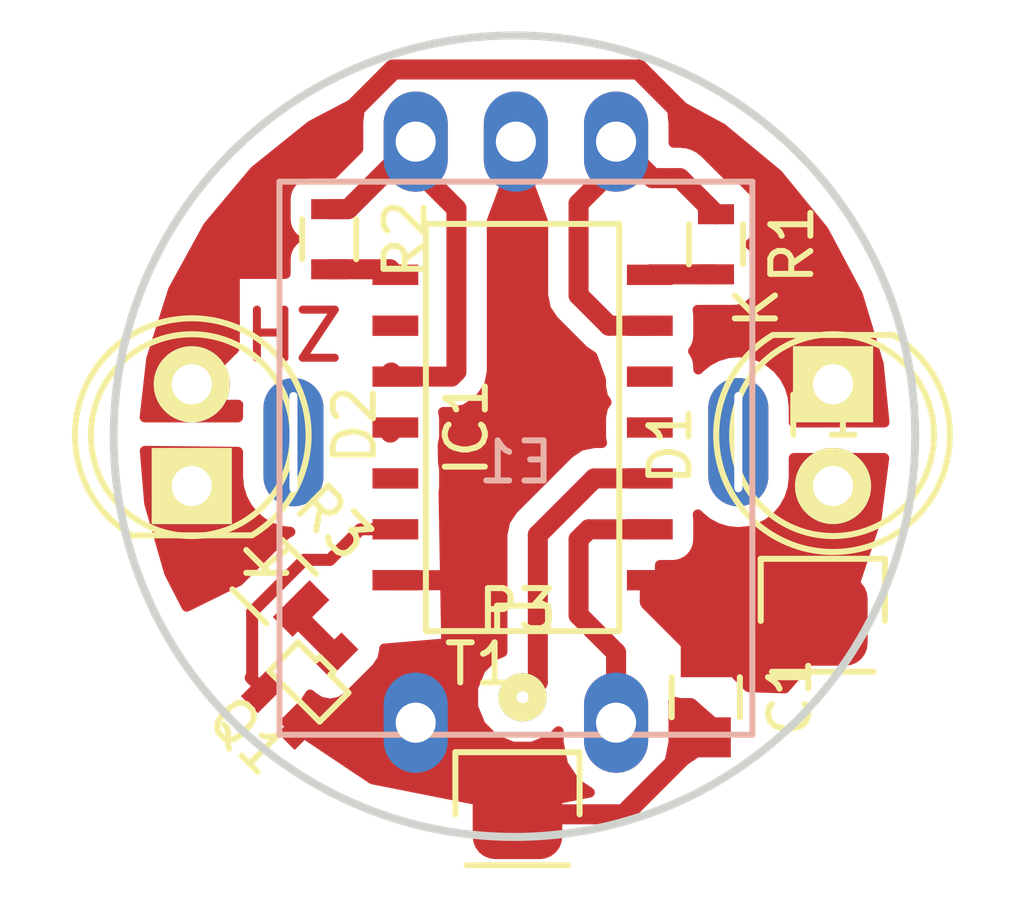
<source format=kicad_pcb>
(kicad_pcb (version 20160815) (host pcbnew "(2016-10-07 revision f14dc8f)-master")

  (general
    (links 20)
    (no_connects 0)
    (area 89.899999 39.899999 110.100001 60.100001)
    (thickness 1.6)
    (drawings 2)
    (tracks 73)
    (zones 0)
    (modules 12)
    (nets 18)
  )

  (page A4)
  (layers
    (0 F.Cu signal)
    (31 B.Cu signal)
    (32 B.Adhes user)
    (33 F.Adhes user)
    (34 B.Paste user)
    (35 F.Paste user)
    (36 B.SilkS user)
    (37 F.SilkS user)
    (38 B.Mask user)
    (39 F.Mask user)
    (40 Dwgs.User user)
    (41 Cmts.User user)
    (42 Eco1.User user)
    (43 Eco2.User user)
    (44 Edge.Cuts user)
    (45 Margin user)
    (46 B.CrtYd user)
    (47 F.CrtYd user)
    (48 B.Fab user)
    (49 F.Fab user)
  )

  (setup
    (last_trace_width 0.5)
    (user_trace_width 0.3)
    (user_trace_width 0.5)
    (trace_clearance 0.3)
    (zone_clearance 0.508)
    (zone_45_only no)
    (trace_min 0.2)
    (segment_width 0.2)
    (edge_width 0.2)
    (via_size 0.8)
    (via_drill 0.4)
    (via_min_size 0.4)
    (via_min_drill 0.3)
    (uvia_size 0.3)
    (uvia_drill 0.1)
    (uvias_allowed no)
    (uvia_min_size 0.2)
    (uvia_min_drill 0.1)
    (pcb_text_width 0.3)
    (pcb_text_size 1.5 1.5)
    (mod_edge_width 0.15)
    (mod_text_size 1 1)
    (mod_text_width 0.15)
    (pad_size 1.5 3.2)
    (pad_drill 0.2)
    (pad_to_mask_clearance 0.2)
    (aux_axis_origin 0 0)
    (visible_elements FFFFFF7F)
    (pcbplotparams
      (layerselection 0x00000_7fffffff)
      (usegerberextensions false)
      (excludeedgelayer true)
      (linewidth 0.100000)
      (plotframeref false)
      (viasonmask false)
      (mode 1)
      (useauxorigin false)
      (hpglpennumber 1)
      (hpglpenspeed 20)
      (hpglpendiameter 15)
      (psnegative true)
      (psa4output false)
      (plotreference true)
      (plotvalue true)
      (plotinvisibletext false)
      (padsonsilk false)
      (subtractmaskfromsilk false)
      (outputformat 2)
      (mirror true)
      (drillshape 1)
      (scaleselection 1)
      (outputdirectory ""))
  )

  (net 0 "")
  (net 1 GND)
  (net 2 VCC)
  (net 3 /A)
  (net 4 /B)
  (net 5 /Button)
  (net 6 /SCK)
  (net 7 /MISO)
  (net 8 /MOSI)
  (net 9 /IROUT)
  (net 10 /RESET)
  (net 11 "Net-(IC1-Pad3)")
  (net 12 "Net-(Q1-Pad3)")
  (net 13 "Net-(IC1-Pad12)")
  (net 14 "Net-(IC1-Pad11)")
  (net 15 "Net-(IC1-Pad5)")
  (net 16 /LED-connect)
  (net 17 /LEDPower)

  (net_class Default "This is the default net class."
    (clearance 0.3)
    (trace_width 0.3)
    (via_dia 0.8)
    (via_drill 0.4)
    (uvia_dia 0.3)
    (uvia_drill 0.1)
    (diff_pair_gap 0.25)
    (diff_pair_width 0.2)
    (add_net /A)
    (add_net /B)
    (add_net /Button)
    (add_net /IROUT)
    (add_net /LED-connect)
    (add_net /LEDPower)
    (add_net /MISO)
    (add_net /MOSI)
    (add_net /RESET)
    (add_net /SCK)
    (add_net GND)
    (add_net "Net-(IC1-Pad11)")
    (add_net "Net-(IC1-Pad12)")
    (add_net "Net-(IC1-Pad3)")
    (add_net "Net-(IC1-Pad5)")
    (add_net "Net-(Q1-Pad3)")
    (add_net VCC)
  )

  (module knopf:MechanicalEncoder (layer B.Cu) (tedit 58249EC1) (tstamp 5823DCFF)
    (at 100.036 50.15 180)
    (path /5820AD2B)
    (fp_text reference E1 (at 0 -0.5 180) (layer B.SilkS)
      (effects (font (size 1 1) (thickness 0.15)) (justify mirror))
    )
    (fp_text value Encoder (at 0 0.5 180) (layer B.Fab)
      (effects (font (size 1 1) (thickness 0.15)) (justify mirror))
    )
    (fp_line (start -5.9 6.5) (end -5.8 6.5) (layer B.SilkS) (width 0.15))
    (fp_line (start -5.9 -7.3) (end -5.9 6.5) (layer B.SilkS) (width 0.15))
    (fp_line (start 5.9 -7.3) (end -5.9 -7.3) (layer B.SilkS) (width 0.15))
    (fp_line (start 5.9 6.5) (end 5.9 -7.3) (layer B.SilkS) (width 0.15))
    (fp_line (start -5.9 6.5) (end 5.9 6.5) (layer B.SilkS) (width 0.15))
    (pad 2 thru_hole oval (at 0 7.5 180) (size 1.6 2.5) (drill 1) (layers *.Cu *.Mask)
      (net 1 GND))
    (pad 1 thru_hole oval (at -2.5 7.5 180) (size 1.6 2.5) (drill 1) (layers *.Cu *.Mask)
      (net 3 /A))
    (pad 3 thru_hole oval (at 2.5 7.5 180) (size 1.6 2.5) (drill 1) (layers *.Cu *.Mask)
      (net 4 /B))
    (pad 4 thru_hole oval (at -2.5 -7 180) (size 1.6 2.5) (drill 1) (layers *.Cu *.Mask)
      (net 5 /Button))
    (pad 5 thru_hole oval (at 2.5 -7 180) (size 1.6 2.5) (drill 1) (layers *.Cu *.Mask)
      (net 1 GND))
    (pad 6 thru_hole oval (at 5.55 0 180) (size 1.5 3.2) (drill oval 0.2 2.5) (layers *.Cu *.Mask))
    (pad 6 thru_hole oval (at -5.55 0 180) (size 1.5 3.2) (drill oval 0.2 2.5) (layers *.Cu *.Mask))
  )

  (module Capacitors_SMD:C_0805 (layer F.Cu) (tedit 58249EC1) (tstamp 5823DCD2)
    (at 104.775 56.515 270)
    (descr "Capacitor SMD 0805, reflow soldering, AVX (see smccp.pdf)")
    (tags "capacitor 0805")
    (path /5820AFD8)
    (attr smd)
    (fp_text reference C1 (at 0 -2.1 270) (layer F.SilkS)
      (effects (font (size 1 1) (thickness 0.15)))
    )
    (fp_text value 10u (at 0 2.1 270) (layer F.Fab)
      (effects (font (size 1 1) (thickness 0.15)))
    )
    (fp_line (start -0.5 0.85) (end 0.5 0.85) (layer F.SilkS) (width 0.15))
    (fp_line (start 0.5 -0.85) (end -0.5 -0.85) (layer F.SilkS) (width 0.15))
    (fp_line (start 1.8 -1) (end 1.8 1) (layer F.CrtYd) (width 0.05))
    (fp_line (start -1.8 -1) (end -1.8 1) (layer F.CrtYd) (width 0.05))
    (fp_line (start -1.8 1) (end 1.8 1) (layer F.CrtYd) (width 0.05))
    (fp_line (start -1.8 -1) (end 1.8 -1) (layer F.CrtYd) (width 0.05))
    (pad 2 smd rect (at 1 0 270) (size 1 1.25) (layers F.Cu F.Paste F.Mask)
      (net 1 GND))
    (pad 1 smd rect (at -1 0 270) (size 1 1.25) (layers F.Cu F.Paste F.Mask)
      (net 2 VCC))
    (model Capacitors_SMD.3dshapes/C_0805.wrl
      (at (xyz 0 0 0))
      (scale (xyz 1 1 1))
      (rotate (xyz 0 0 0))
    )
  )

  (module LEDs:LED-5MM (layer F.Cu) (tedit 58249EC1) (tstamp 5823DCEA)
    (at 107.95 48.7045 270)
    (descr "LED 5mm round vertical")
    (tags "LED 5mm round vertical")
    (path /5820B84C)
    (fp_text reference D1 (at 1.524 4.064 270) (layer F.SilkS)
      (effects (font (size 1 1) (thickness 0.15)))
    )
    (fp_text value LED (at 1.524 -3.937 270) (layer F.Fab)
      (effects (font (size 1 1) (thickness 0.15)))
    )
    (fp_text user K (at -1.905 1.905 270) (layer F.SilkS)
      (effects (font (size 1 1) (thickness 0.15)))
    )
    (fp_circle (center 1.27 0) (end 0.97 -2.5) (layer F.SilkS) (width 0.15))
    (fp_line (start -1.23 1.5) (end -1.23 -1.5) (layer F.SilkS) (width 0.15))
    (fp_arc (start 1.27 0) (end -1.23 -1.5) (angle 297.5) (layer F.SilkS) (width 0.15))
    (fp_arc (start 1.3 0) (end -1.5 1.55) (angle -302) (layer F.CrtYd) (width 0.05))
    (fp_line (start -1.5 -1.55) (end -1.5 1.55) (layer F.CrtYd) (width 0.05))
    (pad 2 thru_hole circle (at 2.54 0 270) (size 1.9 1.9) (drill 1.00076) (layers *.Cu *.Mask F.SilkS)
      (net 2 VCC))
    (pad 1 thru_hole rect (at 0 0) (size 2 1.9) (drill 1.00076) (layers *.Cu *.Mask F.SilkS)
      (net 16 /LED-connect))
    (model LEDs.3dshapes/LED-5MM.wrl
      (at (xyz 0.05 0 0))
      (scale (xyz 1 1 1))
      (rotate (xyz 0 0 90))
    )
  )

  (module LEDs:LED-5MM (layer F.Cu) (tedit 58249EC1) (tstamp 5823DCF6)
    (at 91.948 51.2445 90)
    (descr "LED 5mm round vertical")
    (tags "LED 5mm round vertical")
    (path /5820B78C)
    (fp_text reference D2 (at 1.524 4.064 90) (layer F.SilkS)
      (effects (font (size 1 1) (thickness 0.15)))
    )
    (fp_text value LED (at 1.524 -3.937 90) (layer F.Fab)
      (effects (font (size 1 1) (thickness 0.15)))
    )
    (fp_text user K (at -1.905 1.905 90) (layer F.SilkS)
      (effects (font (size 1 1) (thickness 0.15)))
    )
    (fp_circle (center 1.27 0) (end 0.97 -2.5) (layer F.SilkS) (width 0.15))
    (fp_line (start -1.23 1.5) (end -1.23 -1.5) (layer F.SilkS) (width 0.15))
    (fp_arc (start 1.27 0) (end -1.23 -1.5) (angle 297.5) (layer F.SilkS) (width 0.15))
    (fp_arc (start 1.3 0) (end -1.5 1.55) (angle -302) (layer F.CrtYd) (width 0.05))
    (fp_line (start -1.5 -1.55) (end -1.5 1.55) (layer F.CrtYd) (width 0.05))
    (pad 2 thru_hole circle (at 2.54 0 90) (size 1.9 1.9) (drill 1.00076) (layers *.Cu *.Mask F.SilkS)
      (net 16 /LED-connect))
    (pad 1 thru_hole rect (at 0 0 180) (size 2 1.9) (drill 1.00076) (layers *.Cu *.Mask F.SilkS)
      (net 17 /LEDPower))
    (model LEDs.3dshapes/LED-5MM.wrl
      (at (xyz 0.05 0 0))
      (scale (xyz 1 1 1))
      (rotate (xyz 0 0 90))
    )
  )

  (module SMD_Packages:SOIC-14_N (layer F.Cu) (tedit 58249EC1) (tstamp 5823DD18)
    (at 100.076 49.784 90)
    (descr "Module CMS SOJ 14 pins Large")
    (tags "CMS SOJ")
    (path /5820AB5A)
    (attr smd)
    (fp_text reference IC1 (at 0 -1.27 90) (layer F.SilkS)
      (effects (font (size 1 1) (thickness 0.15)))
    )
    (fp_text value ATTINY44-S (at 0 1.27 90) (layer F.Fab)
      (effects (font (size 1 1) (thickness 0.15)))
    )
    (fp_line (start -4.445 0.762) (end -5.08 0.762) (layer F.SilkS) (width 0.15))
    (fp_line (start -4.445 -0.508) (end -4.445 0.762) (layer F.SilkS) (width 0.15))
    (fp_line (start -5.08 -0.508) (end -4.445 -0.508) (layer F.SilkS) (width 0.15))
    (fp_line (start -5.08 -2.286) (end 5.08 -2.286) (layer F.SilkS) (width 0.15))
    (fp_line (start -5.08 2.54) (end -5.08 -2.286) (layer F.SilkS) (width 0.15))
    (fp_line (start 5.08 2.54) (end -5.08 2.54) (layer F.SilkS) (width 0.15))
    (fp_line (start 5.08 -2.286) (end 5.08 2.54) (layer F.SilkS) (width 0.15))
    (pad 10 smd rect (at 1.27 -3.048 90) (size 0.508 1.143) (layers F.Cu F.Paste F.Mask)
      (net 4 /B))
    (pad 14 smd rect (at -3.81 -3.048 90) (size 0.508 1.143) (layers F.Cu F.Paste F.Mask)
      (net 1 GND))
    (pad 13 smd rect (at -2.54 -3.048 90) (size 0.508 1.143) (layers F.Cu F.Paste F.Mask)
      (net 9 /IROUT))
    (pad 12 smd rect (at -1.27 -3.048 90) (size 0.508 1.143) (layers F.Cu F.Paste F.Mask)
      (net 13 "Net-(IC1-Pad12)"))
    (pad 11 smd rect (at 0 -3.048 90) (size 0.508 1.143) (layers F.Cu F.Paste F.Mask)
      (net 14 "Net-(IC1-Pad11)"))
    (pad 9 smd rect (at 2.54 -3.048 90) (size 0.508 1.143) (layers F.Cu F.Paste F.Mask)
      (net 6 /SCK))
    (pad 8 smd rect (at 3.81 -3.048 90) (size 0.508 1.143) (layers F.Cu F.Paste F.Mask)
      (net 7 /MISO))
    (pad 7 smd rect (at 3.81 3.302 90) (size 0.508 1.143) (layers F.Cu F.Paste F.Mask)
      (net 8 /MOSI))
    (pad 6 smd rect (at 2.54 3.302 90) (size 0.508 1.143) (layers F.Cu F.Paste F.Mask)
      (net 3 /A))
    (pad 5 smd rect (at 1.27 3.302 90) (size 0.508 1.143) (layers F.Cu F.Paste F.Mask)
      (net 15 "Net-(IC1-Pad5)"))
    (pad 4 smd rect (at 0 3.302 90) (size 0.508 1.143) (layers F.Cu F.Paste F.Mask)
      (net 10 /RESET))
    (pad 3 smd rect (at -1.27 3.302 90) (size 0.508 1.143) (layers F.Cu F.Paste F.Mask)
      (net 11 "Net-(IC1-Pad3)"))
    (pad 2 smd rect (at -2.54 3.302 90) (size 0.508 1.143) (layers F.Cu F.Paste F.Mask)
      (net 5 /Button))
    (pad 1 smd rect (at -3.81 3.302 90) (size 0.508 1.143) (layers F.Cu F.Paste F.Mask)
      (net 2 VCC))
    (model SMD_Packages.3dshapes/SOIC-14_N.wrl
      (at (xyz 0 0 0))
      (scale (xyz 0.5 0.4 0.5))
      (rotate (xyz 0 0 0))
    )
  )

  (module Pin_Headers:Pin_Header_Straight_1x01 (layer F.Cu) (tedit 58249EC1) (tstamp 5823DD25)
    (at 107.696 54.61)
    (descr "Through hole pin header")
    (tags "pin header")
    (path /5820AEB6)
    (fp_text reference P1 (at 0 -5.1) (layer F.SilkS)
      (effects (font (size 1 1) (thickness 0.15)))
    )
    (fp_text value Bat+ (at 0 -3.1) (layer F.Fab)
      (effects (font (size 1 1) (thickness 0.15)))
    )
    (fp_line (start -1.27 1.27) (end 1.27 1.27) (layer F.SilkS) (width 0.15))
    (fp_line (start -1.55 -1.55) (end 1.55 -1.55) (layer F.SilkS) (width 0.15))
    (fp_line (start -1.55 0) (end -1.55 -1.55) (layer F.SilkS) (width 0.15))
    (fp_line (start -1.75 1.75) (end 1.75 1.75) (layer F.CrtYd) (width 0.05))
    (fp_line (start -1.75 -1.75) (end 1.75 -1.75) (layer F.CrtYd) (width 0.05))
    (fp_line (start 1.75 -1.75) (end 1.75 1.75) (layer F.CrtYd) (width 0.05))
    (fp_line (start -1.75 -1.75) (end -1.75 1.75) (layer F.CrtYd) (width 0.05))
    (fp_line (start 1.55 -1.55) (end 1.55 0) (layer F.SilkS) (width 0.15))
    (pad 1 smd roundrect (at 0 0) (size 2.2352 2.2352) (layers F.Cu F.Paste F.Mask)(roundrect_rratio 0.25)
      (net 2 VCC))
    (model Pin_Headers.3dshapes/Pin_Header_Straight_1x01.wrl
      (at (xyz 0 0 0))
      (scale (xyz 1 1 1))
      (rotate (xyz 0 0 90))
    )
  )

  (module Pin_Headers:Pin_Header_Straight_1x01 (layer F.Cu) (tedit 58249EC1) (tstamp 5823DD3F)
    (at 100.076 59.436)
    (descr "Through hole pin header")
    (tags "pin header")
    (path /5820AF77)
    (fp_text reference P3 (at 0 -5.1) (layer F.SilkS)
      (effects (font (size 1 1) (thickness 0.15)))
    )
    (fp_text value Bat- (at 0 -3.1) (layer F.Fab)
      (effects (font (size 1 1) (thickness 0.15)))
    )
    (fp_line (start -1.27 1.27) (end 1.27 1.27) (layer F.SilkS) (width 0.15))
    (fp_line (start -1.55 -1.55) (end 1.55 -1.55) (layer F.SilkS) (width 0.15))
    (fp_line (start -1.55 0) (end -1.55 -1.55) (layer F.SilkS) (width 0.15))
    (fp_line (start -1.75 1.75) (end 1.75 1.75) (layer F.CrtYd) (width 0.05))
    (fp_line (start -1.75 -1.75) (end 1.75 -1.75) (layer F.CrtYd) (width 0.05))
    (fp_line (start 1.75 -1.75) (end 1.75 1.75) (layer F.CrtYd) (width 0.05))
    (fp_line (start -1.75 -1.75) (end -1.75 1.75) (layer F.CrtYd) (width 0.05))
    (fp_line (start 1.55 -1.55) (end 1.55 0) (layer F.SilkS) (width 0.15))
    (pad 1 smd roundrect (at 0 0) (size 2.2352 2.2352) (layers F.Cu F.Paste F.Mask)(roundrect_rratio 0.25)
      (net 1 GND))
    (model Pin_Headers.3dshapes/Pin_Header_Straight_1x01.wrl
      (at (xyz 0 0 0))
      (scale (xyz 1 1 1))
      (rotate (xyz 0 0 90))
    )
  )

  (module TO_SOT_Packages_SMD:SOT-323 (layer F.Cu) (tedit 58249EC1) (tstamp 5823DD62)
    (at 94.869 56.134 135)
    (tags "SMD SOT")
    (path /5820BAAC)
    (attr smd)
    (fp_text reference Q1 (at 0.127 -2.032 135) (layer F.SilkS)
      (effects (font (size 1 1) (thickness 0.15)))
    )
    (fp_text value Q_NMOS_GSD (at 0 0 135) (layer F.Fab)
      (effects (font (size 1 1) (thickness 0.15)))
    )
    (fp_line (start -0.254 0.635) (end 0.254 0.635) (layer F.SilkS) (width 0.15))
    (fp_line (start 0.889 -0.508) (end -0.889 -0.508) (layer F.SilkS) (width 0.15))
    (fp_line (start -0.254 0.508) (end -0.254 0.635) (layer F.SilkS) (width 0.15))
    (fp_line (start 0.254 0.635) (end 0.254 0.508) (layer F.SilkS) (width 0.15))
    (fp_line (start -0.889 0.508) (end -0.254 0.508) (layer F.SilkS) (width 0.15))
    (fp_line (start -0.889 -0.508) (end -0.889 0.508) (layer F.SilkS) (width 0.15))
    (fp_line (start 0.889 0.508) (end 0.889 -0.508) (layer F.SilkS) (width 0.15))
    (fp_line (start 0.254 0.508) (end 0.889 0.508) (layer F.SilkS) (width 0.15))
    (pad 3 smd rect (at 0 0.94996 135) (size 0.59944 1.00076) (layers F.Cu F.Paste F.Mask)
      (net 12 "Net-(Q1-Pad3)"))
    (pad 1 smd rect (at 0.65024 -0.94996 135) (size 0.59944 1.00076) (layers F.Cu F.Paste F.Mask)
      (net 9 /IROUT))
    (pad 2 smd rect (at -0.65024 -0.94996 135) (size 0.59944 1.00076) (layers F.Cu F.Paste F.Mask)
      (net 1 GND))
    (model TO_SOT_Packages_SMD.3dshapes/SOT-323.wrl
      (at (xyz 0 0 0.001))
      (scale (xyz 0.3937 0.3937 0.3937))
      (rotate (xyz 0 0 0))
    )
  )

  (module Resistors_SMD:R_0805 (layer F.Cu) (tedit 58249EC1) (tstamp 5823DD6E)
    (at 94.004352 53.628258 315)
    (descr "Resistor SMD 0805, reflow soldering, Vishay (see dcrcw.pdf)")
    (tags "resistor 0805")
    (path /5820B93D)
    (attr smd)
    (fp_text reference R3 (at 0 -2.1 315) (layer F.SilkS)
      (effects (font (size 1 1) (thickness 0.15)))
    )
    (fp_text value R (at 0 2.1 315) (layer F.Fab)
      (effects (font (size 1 1) (thickness 0.15)))
    )
    (fp_line (start -0.6 -0.875) (end 0.6 -0.875) (layer F.SilkS) (width 0.15))
    (fp_line (start 0.6 0.875) (end -0.6 0.875) (layer F.SilkS) (width 0.15))
    (fp_line (start 1.6 -1) (end 1.6 1) (layer F.CrtYd) (width 0.05))
    (fp_line (start -1.6 -1) (end -1.6 1) (layer F.CrtYd) (width 0.05))
    (fp_line (start -1.6 1) (end 1.6 1) (layer F.CrtYd) (width 0.05))
    (fp_line (start -1.6 -1) (end 1.6 -1) (layer F.CrtYd) (width 0.05))
    (pad 2 smd rect (at 0.949999 0 315) (size 0.7 1.3) (layers F.Cu F.Paste F.Mask)
      (net 12 "Net-(Q1-Pad3)"))
    (pad 1 smd rect (at -0.949999 0 315) (size 0.7 1.3) (layers F.Cu F.Paste F.Mask)
      (net 17 /LEDPower))
    (model Resistors_SMD.3dshapes/R_0805.wrl
      (at (xyz 0 0 0))
      (scale (xyz 1 1 1))
      (rotate (xyz 0 0 0))
    )
  )

  (module Resistors_SMD:R_0603 (layer F.Cu) (tedit 58249EC1) (tstamp 58244D57)
    (at 105.029 45.212 270)
    (descr "Resistor SMD 0603, reflow soldering, Vishay (see dcrcw.pdf)")
    (tags "resistor 0603")
    (path /5820C3D0)
    (attr smd)
    (fp_text reference R1 (at 0 -1.9 270) (layer F.SilkS)
      (effects (font (size 1 1) (thickness 0.15)))
    )
    (fp_text value 1M (at 0 1.9 270) (layer F.Fab)
      (effects (font (size 1 1) (thickness 0.15)))
    )
    (fp_line (start -0.5 -0.675) (end 0.5 -0.675) (layer F.SilkS) (width 0.15))
    (fp_line (start 0.5 0.675) (end -0.5 0.675) (layer F.SilkS) (width 0.15))
    (fp_line (start 1.3 -0.8) (end 1.3 0.8) (layer F.CrtYd) (width 0.05))
    (fp_line (start -1.3 -0.8) (end -1.3 0.8) (layer F.CrtYd) (width 0.05))
    (fp_line (start -1.3 0.8) (end 1.3 0.8) (layer F.CrtYd) (width 0.05))
    (fp_line (start -1.3 -0.8) (end 1.3 -0.8) (layer F.CrtYd) (width 0.05))
    (pad 2 smd rect (at 0.75 0 270) (size 0.5 0.9) (layers F.Cu F.Paste F.Mask)
      (net 8 /MOSI))
    (pad 1 smd rect (at -0.75 0 270) (size 0.5 0.9) (layers F.Cu F.Paste F.Mask)
      (net 3 /A))
    (model Resistors_SMD.3dshapes/R_0603.wrl
      (at (xyz 0 0 0))
      (scale (xyz 1 1 1))
      (rotate (xyz 0 0 0))
    )
  )

  (module Resistors_SMD:R_0603 (layer F.Cu) (tedit 58249EC1) (tstamp 58244D63)
    (at 95.377 45.085 270)
    (descr "Resistor SMD 0603, reflow soldering, Vishay (see dcrcw.pdf)")
    (tags "resistor 0603")
    (path /5820C452)
    (attr smd)
    (fp_text reference R2 (at 0 -1.9 270) (layer F.SilkS)
      (effects (font (size 1 1) (thickness 0.15)))
    )
    (fp_text value 1M (at 0 1.9 270) (layer F.Fab)
      (effects (font (size 1 1) (thickness 0.15)))
    )
    (fp_line (start -0.5 -0.675) (end 0.5 -0.675) (layer F.SilkS) (width 0.15))
    (fp_line (start 0.5 0.675) (end -0.5 0.675) (layer F.SilkS) (width 0.15))
    (fp_line (start 1.3 -0.8) (end 1.3 0.8) (layer F.CrtYd) (width 0.05))
    (fp_line (start -1.3 -0.8) (end -1.3 0.8) (layer F.CrtYd) (width 0.05))
    (fp_line (start -1.3 0.8) (end 1.3 0.8) (layer F.CrtYd) (width 0.05))
    (fp_line (start -1.3 -0.8) (end 1.3 -0.8) (layer F.CrtYd) (width 0.05))
    (pad 2 smd rect (at 0.75 0 270) (size 0.5 0.9) (layers F.Cu F.Paste F.Mask)
      (net 7 /MISO))
    (pad 1 smd rect (at -0.75 0 270) (size 0.5 0.9) (layers F.Cu F.Paste F.Mask)
      (net 4 /B))
    (model Resistors_SMD.3dshapes/R_0603.wrl
      (at (xyz 0 0 0))
      (scale (xyz 1 1 1))
      (rotate (xyz 0 0 0))
    )
  )

  (module knopf:TestPoint (layer F.Cu) (tedit 58249EC1) (tstamp 5823DE40)
    (at 100.203 56.515)
    (descr "Through hole pin header")
    (tags "pin header")
    (path /5820BC03)
    (fp_text reference T1 (at -1.0795 -0.8255) (layer F.SilkS)
      (effects (font (size 1 1) (thickness 0.15)))
    )
    (fp_text value TEST (at 0 -3.1) (layer F.Fab)
      (effects (font (size 1 1) (thickness 0.15)))
    )
    (pad 1 thru_hole circle (at 0 0) (size 1.2 1.2) (drill 0.3) (layers *.Cu *.Mask F.SilkS)
      (net 11 "Net-(IC1-Pad3)"))
    (model Pin_Headers.3dshapes/Pin_Header_Straight_1x01.wrl
      (at (xyz 0 0 0))
      (scale (xyz 1 1 1))
      (rotate (xyz 0 0 90))
    )
  )

  (gr_text HZ (at 94.488 47.498) (layer F.Cu)
    (effects (font (size 1.2 1.2) (thickness 0.2)))
  )
  (gr_circle (center 100 50) (end 110 50) (layer Edge.Cuts) (width 0.2))

  (segment (start 100.036 50.586) (end 98.806 51.816) (width 0.5) (layer F.Cu) (net 1))
  (segment (start 98.806 51.816) (end 98.806 53.594) (width 0.5) (layer F.Cu) (net 1))
  (segment (start 100.036 42.65) (end 100.036 50.586) (width 0.5) (layer F.Cu) (net 1))
  (segment (start 97.536 57.15) (end 97.79 57.15) (width 0.5) (layer F.Cu) (net 1))
  (segment (start 97.79 57.15) (end 100.076 59.436) (width 0.5) (layer F.Cu) (net 1))
  (segment (start 98.806 53.594) (end 98.806 55.88) (width 0.5) (layer F.Cu) (net 1))
  (segment (start 98.806 55.88) (end 97.536 57.15) (width 0.5) (layer F.Cu) (net 1) (tstamp 5823CF30))
  (segment (start 98.679 53.594) (end 98.806 53.594) (width 0.5) (layer F.Cu) (net 1) (tstamp 5823CF24))
  (segment (start 98.806 53.594) (end 97.028 53.594) (width 0.5) (layer F.Cu) (net 1) (tstamp 5823CF2E))
  (segment (start 100.076 59.436) (end 102.729 59.436) (width 0.5) (layer F.Cu) (net 1))
  (segment (start 102.729 59.436) (end 104.65 57.515) (width 0.5) (layer F.Cu) (net 1))
  (segment (start 104.65 57.515) (end 104.775 57.515) (width 0.5) (layer F.Cu) (net 1))
  (segment (start 94.657066 57.265512) (end 97.420488 57.265512) (width 0.5) (layer F.Cu) (net 1))
  (segment (start 97.420488 57.265512) (end 97.536 57.15) (width 0.5) (layer F.Cu) (net 1))
  (segment (start 105.918 52.832) (end 107.696 54.61) (width 0.5) (layer F.Cu) (net 2))
  (segment (start 103.378 53.594) (end 103.378 54.118) (width 0.5) (layer F.Cu) (net 2))
  (segment (start 103.378 54.118) (end 104.775 55.515) (width 0.5) (layer F.Cu) (net 2))
  (segment (start 104.775 55.515) (end 106.791 55.515) (width 0.5) (layer F.Cu) (net 2))
  (segment (start 106.791 55.515) (end 107.696 54.61) (width 0.5) (layer F.Cu) (net 2))
  (segment (start 105.156 55.134) (end 104.775 55.515) (width 0.5) (layer F.Cu) (net 2))
  (segment (start 106.922 53.836) (end 107.696 54.61) (width 0.5) (layer F.Cu) (net 2))
  (segment (start 104.128 43.561) (end 105.029 44.462) (width 0.5) (layer F.Cu) (net 3))
  (segment (start 104.128 43.561) (end 103.447 43.561) (width 0.5) (layer F.Cu) (net 3))
  (segment (start 103.447 43.561) (end 102.536 42.65) (width 0.5) (layer F.Cu) (net 3))
  (segment (start 102.362 47.244) (end 103.378 47.244) (width 0.5) (layer F.Cu) (net 3))
  (segment (start 101.6 46.482) (end 102.362 47.244) (width 0.5) (layer F.Cu) (net 3))
  (segment (start 101.6 44.196) (end 101.6 46.482) (width 0.5) (layer F.Cu) (net 3))
  (segment (start 102.536 43.26) (end 101.6 44.196) (width 0.5) (layer F.Cu) (net 3))
  (segment (start 102.536 42.65) (end 102.536 43.26) (width 0.5) (layer F.Cu) (net 3))
  (segment (start 95.377 44.335) (end 95.851 44.335) (width 0.5) (layer F.Cu) (net 4))
  (segment (start 95.851 44.335) (end 97.536 42.65) (width 0.5) (layer F.Cu) (net 4))
  (segment (start 96.925 48.411) (end 97.028 48.514) (width 0.5) (layer F.Cu) (net 4))
  (segment (start 98.552 48.387) (end 98.425 48.514) (width 0.5) (layer F.Cu) (net 4))
  (segment (start 98.425 48.514) (end 97.028 48.514) (width 0.5) (layer F.Cu) (net 4))
  (segment (start 98.552 44.323) (end 98.552 48.387) (width 0.5) (layer F.Cu) (net 4))
  (segment (start 97.536 43.307) (end 98.552 44.323) (width 0.5) (layer F.Cu) (net 4))
  (segment (start 97.536 42.65) (end 97.536 43.307) (width 0.5) (layer F.Cu) (net 4))
  (segment (start 101.6 52.578) (end 101.6 54.464) (width 0.5) (layer F.Cu) (net 5))
  (segment (start 101.6 54.464) (end 102.536 55.4) (width 0.5) (layer F.Cu) (net 5))
  (segment (start 102.536 55.4) (end 102.536 57.15) (width 0.5) (layer F.Cu) (net 5))
  (segment (start 101.854 52.324) (end 101.6 52.578) (width 0.5) (layer F.Cu) (net 5))
  (segment (start 103.378 52.324) (end 101.854 52.324) (width 0.5) (layer F.Cu) (net 5))
  (segment (start 95.377 45.835) (end 96.889 45.835) (width 0.5) (layer F.Cu) (net 7))
  (segment (start 96.889 45.835) (end 97.028 45.974) (width 0.5) (layer F.Cu) (net 7))
  (segment (start 105.029 45.962) (end 103.39 45.962) (width 0.5) (layer F.Cu) (net 8))
  (segment (start 103.39 45.962) (end 103.378 45.974) (width 0.5) (layer F.Cu) (net 8))
  (segment (start 93.454844 56.06329) (end 93.454844 54.389882) (width 0.3) (layer F.Cu) (net 9))
  (segment (start 93.454844 54.389882) (end 94.758726 53.086) (width 0.3) (layer F.Cu) (net 9))
  (segment (start 94.758726 53.086) (end 95.3945 53.086) (width 0.3) (layer F.Cu) (net 9))
  (segment (start 95.3945 53.086) (end 96.1565 52.324) (width 0.3) (layer F.Cu) (net 9))
  (segment (start 96.1565 52.324) (end 97.028 52.324) (width 0.3) (layer F.Cu) (net 9))
  (segment (start 93.454844 56.06329) (end 93.737488 56.345934) (width 0.3) (layer F.Cu) (net 9))
  (segment (start 93.418986 56.027432) (end 93.454844 56.06329) (width 0.3) (layer F.Cu) (net 9))
  (segment (start 100.584 56.134) (end 100.203 56.515) (width 0.5) (layer F.Cu) (net 11))
  (segment (start 103.378 51.054) (end 101.992616 51.054) (width 0.5) (layer F.Cu) (net 11))
  (segment (start 100.584 52.462616) (end 100.584 56.134) (width 0.5) (layer F.Cu) (net 11))
  (segment (start 101.992616 51.054) (end 100.584 52.462616) (width 0.5) (layer F.Cu) (net 11))
  (segment (start 94.676103 54.300009) (end 94.676103 54.597657) (width 0.5) (layer F.Cu) (net 12))
  (segment (start 94.676103 54.597657) (end 95.540723 55.462277) (width 0.5) (layer F.Cu) (net 12))
  (segment (start 96.901 49.911) (end 97.028 49.784) (width 0.5) (layer F.Cu) (net 14))
  (segment (start 92.897999 45.786001) (end 93.665001 45.018999) (width 0.5) (layer F.Cu) (net 16))
  (segment (start 93.665001 45.018999) (end 93.665001 43.494999) (width 0.5) (layer F.Cu) (net 16))
  (segment (start 91.948 48.7045) (end 92.897999 47.754501) (width 0.5) (layer F.Cu) (net 16))
  (segment (start 92.897999 47.754501) (end 92.897999 45.786001) (width 0.5) (layer F.Cu) (net 16))
  (segment (start 107.95 48.7045) (end 107.418 48.1725) (width 0.5) (layer F.Cu) (net 16))
  (segment (start 107.418 48.1725) (end 107.418 45.172798) (width 0.5) (layer F.Cu) (net 16))
  (segment (start 107.418 45.172798) (end 103.095192 40.84999) (width 0.5) (layer F.Cu) (net 16))
  (segment (start 103.095192 40.84999) (end 96.976808 40.84999) (width 0.5) (layer F.Cu) (net 16))
  (segment (start 96.976808 40.84999) (end 94.331799 43.494999) (width 0.5) (layer F.Cu) (net 16))
  (segment (start 94.331799 43.494999) (end 93.665001 43.494999) (width 0.5) (layer F.Cu) (net 16))
  (segment (start 93.332601 52.956507) (end 93.332601 52.629101) (width 0.5) (layer F.Cu) (net 17))
  (segment (start 93.332601 52.629101) (end 91.948 51.2445) (width 0.5) (layer F.Cu) (net 17))
  (segment (start 93.332601 52.956507) (end 92.999507 52.956507) (width 0.5) (layer F.Cu) (net 17))

  (zone (net 1) (net_name GND) (layer F.Cu) (tstamp 0) (hatch edge 0.508)
    (connect_pads yes (clearance 0.508))
    (min_thickness 0.254)
    (fill yes (arc_segments 16) (thermal_gap 0.508) (thermal_bridge_width 0.508))
    (polygon
      (pts
        (xy 98.044 48.006) (xy 100.076 42.545) (xy 102.87 50.165) (xy 102.997 55.245) (xy 107.188 58.928)
        (xy 99.3775 62.1665) (xy 90.678 55.6895) (xy 98.171 55.0545)
      )
    )
    (filled_polygon
      (pts
        (xy 100.715 44.656639) (xy 100.715 46.481995) (xy 100.714999 46.482) (xy 100.755013 46.683157) (xy 100.782367 46.820675)
        (xy 100.808269 46.85944) (xy 100.97421 47.10779) (xy 101.736208 47.869787) (xy 101.73621 47.86979) (xy 101.944084 48.008686)
        (xy 102.15906 48.594984) (xy 102.15906 48.768) (xy 102.208343 49.015765) (xy 102.297368 49.149) (xy 102.208343 49.282235)
        (xy 102.15906 49.53) (xy 102.15906 50.038) (xy 102.185117 50.169) (xy 101.992621 50.169) (xy 101.992616 50.168999)
        (xy 101.710132 50.22519) (xy 101.653941 50.236367) (xy 101.366826 50.42821) (xy 101.366824 50.428213) (xy 99.95821 51.836826)
        (xy 99.766367 52.123941) (xy 99.766367 52.123942) (xy 99.698999 52.462616) (xy 99.699 52.462621) (xy 99.699 55.386977)
        (xy 99.504343 55.467408) (xy 99.156629 55.814515) (xy 98.968215 56.268266) (xy 98.967786 56.759579) (xy 99.155408 57.213657)
        (xy 99.502515 57.561371) (xy 99.956266 57.749785) (xy 100.447579 57.750214) (xy 100.901657 57.562592) (xy 101.101 57.363597)
        (xy 101.101 57.636929) (xy 101.210233 58.18608) (xy 101.521302 58.651627) (xy 101.879704 58.891104) (xy 100 59.265)
        (xy 96.454438 58.559744) (xy 94.301627 57.121281) (xy 94.761053 56.661855) (xy 94.901401 56.451811) (xy 94.902329 56.447145)
        (xy 94.941026 56.485842) (xy 95.15107 56.62619) (xy 95.398835 56.675473) (xy 95.6466 56.62619) (xy 95.856644 56.485842)
        (xy 96.564288 55.778198) (xy 96.704636 55.568154) (xy 96.753919 55.320389) (xy 96.750331 55.30235) (xy 98.181724 55.181046)
        (xy 98.229335 55.16731) (xy 98.268065 55.136399) (xy 98.292018 55.093019) (xy 98.297979 55.052212) (xy 98.24694 52.219552)
        (xy 98.24694 52.07) (xy 98.243977 52.055104) (xy 98.23188 51.383713) (xy 98.24694 51.308) (xy 98.24694 50.8)
        (xy 98.218815 50.658603) (xy 98.210898 50.219199) (xy 98.24694 50.038) (xy 98.24694 49.53) (xy 98.220883 49.399)
        (xy 98.424995 49.399) (xy 98.425 49.399001) (xy 98.707484 49.34281) (xy 98.763675 49.331633) (xy 99.05079 49.13979)
        (xy 99.177787 49.012792) (xy 99.17779 49.01279) (xy 99.369633 48.725675) (xy 99.373845 48.7045) (xy 99.437001 48.387)
        (xy 99.437 48.386995) (xy 99.437 44.626487) (xy 100.075125 42.911526)
      )
    )
    (filled_polygon
      (pts
        (xy 104.15 56.66244) (xy 104.417558 56.66244) (xy 105.267385 57.409258) (xy 103.665753 58.479435) (xy 103.861767 58.18608)
        (xy 103.971 57.636929) (xy 103.971 56.663071) (xy 103.963495 56.625342)
      )
    )
  )
  (zone (net 16) (net_name /LED-connect) (layer F.Cu) (tstamp 0) (hatch edge 0.508)
    (connect_pads yes (clearance 0.508))
    (min_thickness 0.254)
    (fill yes (arc_segments 32) (thermal_gap 0.508) (thermal_bridge_width 0.508))
    (polygon
      (pts
        (xy 90.2335 49.657) (xy 95.8215 49.657) (xy 97.536 41.275) (xy 102.616 41.275) (xy 104.2035 49.784)
        (xy 110.1725 49.784) (xy 107.696 41.91) (xy 99.822 39.116) (xy 92.456 41.91) (xy 90.043 49.657)
      )
    )
    (filled_polygon
      (pts
        (xy 105.180922 42.318967) (xy 106.574173 43.471564) (xy 107.717015 44.872827) (xy 108.565919 46.469383) (xy 109.08855 48.200419)
        (xy 109.231369 49.657) (xy 106.971 49.657) (xy 106.971 49.289186) (xy 106.944623 49.020171) (xy 106.866496 48.761404)
        (xy 106.739596 48.522739) (xy 106.568755 48.313268) (xy 106.360482 48.140969) (xy 106.122709 48.012406) (xy 105.864493 47.932474)
        (xy 105.595669 47.90422) (xy 105.326477 47.928718) (xy 105.06717 48.005036) (xy 104.827625 48.130267) (xy 104.616966 48.299641)
        (xy 104.587572 48.334672) (xy 104.587572 48.26) (xy 104.575312 48.135518) (xy 104.539002 48.01582) (xy 104.480037 47.905506)
        (xy 104.458284 47.879) (xy 104.480037 47.852494) (xy 104.539002 47.74218) (xy 104.575312 47.622482) (xy 104.587572 47.498)
        (xy 104.587572 46.99) (xy 104.575312 46.865518) (xy 104.570369 46.849222) (xy 104.579 46.850072) (xy 105.479 46.850072)
        (xy 105.603482 46.837812) (xy 105.72318 46.801502) (xy 105.833494 46.742537) (xy 105.930185 46.663185) (xy 106.009537 46.566494)
        (xy 106.068502 46.45618) (xy 106.104812 46.336482) (xy 106.117072 46.212) (xy 106.117072 45.712) (xy 106.104812 45.587518)
        (xy 106.068502 45.46782) (xy 106.009537 45.357506) (xy 105.930185 45.260815) (xy 105.870704 45.212) (xy 105.930185 45.163185)
        (xy 106.009537 45.066494) (xy 106.068502 44.95618) (xy 106.104812 44.836482) (xy 106.117072 44.712) (xy 106.117072 44.212)
        (xy 106.104812 44.087518) (xy 106.068502 43.96782) (xy 106.009537 43.857506) (xy 105.930185 43.760815) (xy 105.833494 43.681463)
        (xy 105.72318 43.622498) (xy 105.603482 43.586188) (xy 105.479 43.573928) (xy 105.392507 43.573928) (xy 104.75379 42.93521)
        (xy 104.690574 42.883284) (xy 104.627996 42.830775) (xy 104.623919 42.828534) (xy 104.620322 42.825579) (xy 104.548292 42.786957)
        (xy 104.476639 42.747565) (xy 104.4722 42.746157) (xy 104.468101 42.743959) (xy 104.389974 42.720073) (xy 104.312002 42.695339)
        (xy 104.307374 42.69482) (xy 104.302926 42.69346) (xy 104.221661 42.685206) (xy 104.140357 42.676086) (xy 104.131253 42.676023)
        (xy 104.131089 42.676006) (xy 104.130936 42.67602) (xy 104.128 42.676) (xy 103.971 42.676) (xy 103.971 42.190879)
        (xy 103.943671 41.912153) (xy 103.862724 41.644043) (xy 103.834498 41.590958)
      )
    )
    (filled_polygon
      (pts
        (xy 96.217041 41.625572) (xy 96.132358 41.892526) (xy 96.10114 42.170843) (xy 96.101 42.190879) (xy 96.101 42.833421)
        (xy 95.487492 43.446928) (xy 94.927 43.446928) (xy 94.802518 43.459188) (xy 94.68282 43.495498) (xy 94.572506 43.554463)
        (xy 94.475815 43.633815) (xy 94.396463 43.730506) (xy 94.337498 43.84082) (xy 94.301188 43.960518) (xy 94.288928 44.085)
        (xy 94.288928 44.585) (xy 94.301188 44.709482) (xy 94.337498 44.82918) (xy 94.396463 44.939494) (xy 94.475815 45.036185)
        (xy 94.535296 45.085) (xy 94.475815 45.133815) (xy 94.396463 45.230506) (xy 94.337498 45.34082) (xy 94.301188 45.460518)
        (xy 94.288928 45.585) (xy 94.288928 45.949) (xy 92.553 45.949) (xy 92.553 49.219) (xy 93.106839 49.219)
        (xy 93.101135 49.269848) (xy 93.101 49.289186) (xy 93.101 49.53) (xy 90.774112 49.53) (xy 90.937462 48.073698)
        (xy 91.484211 46.350128) (xy 92.355323 44.765581) (xy 93.517619 43.380411) (xy 94.926827 42.247379) (xy 96.257698 41.551616)
      )
    )
  )
  (zone (net 2) (net_name VCC) (layer F.Cu) (tstamp 0) (hatch edge 0.508)
    (connect_pads yes (clearance 0.508))
    (min_thickness 0.254)
    (fill yes (arc_segments 32) (thermal_gap 0.508) (thermal_bridge_width 0.508))
    (polygon
      (pts
        (xy 103.505 50.419) (xy 110.2995 50.419) (xy 109.728 56.515) (xy 105.791 56.388) (xy 103.505 54.102)
      )
    )
    (filled_polygon
      (pts
        (xy 109.034759 52.052647) (xy 108.463999 53.768415) (xy 107.570847 55.340645) (xy 106.749779 56.291862) (xy 105.845291 56.262685)
        (xy 103.632 54.049394) (xy 103.632 53.216072) (xy 103.9495 53.216072) (xy 104.073982 53.203812) (xy 104.19368 53.167502)
        (xy 104.303994 53.108537) (xy 104.400685 53.029185) (xy 104.480037 52.932494) (xy 104.539002 52.82218) (xy 104.575312 52.702482)
        (xy 104.587572 52.578) (xy 104.587572 52.07) (xy 104.576092 51.953439) (xy 104.603245 51.986732) (xy 104.811518 52.159031)
        (xy 105.049291 52.287594) (xy 105.307507 52.367526) (xy 105.576331 52.39578) (xy 105.845523 52.371282) (xy 106.10483 52.294964)
        (xy 106.344375 52.169733) (xy 106.555034 52.000359) (xy 106.728782 51.793293) (xy 106.859002 51.556424) (xy 106.940734 51.298772)
        (xy 106.970865 51.030152) (xy 106.971 51.010814) (xy 106.971 50.546) (xy 109.225093 50.546)
      )
    )
  )
  (zone (net 17) (net_name /LEDPower) (layer F.Cu) (tstamp 0) (hatch edge 0.508)
    (connect_pads yes (clearance 0.508))
    (min_thickness 0.254)
    (fill yes (arc_segments 32) (thermal_gap 0.508) (thermal_bridge_width 0.508))
    (polygon
      (pts
        (xy 89.662 50.2285) (xy 95.504 50.292) (xy 95.504 52.578) (xy 90.6145 54.991)
      )
    )
    (filled_polygon
      (pts
        (xy 93.101 50.392888) (xy 93.101 51.010814) (xy 93.127377 51.279829) (xy 93.205504 51.538596) (xy 93.332404 51.777261)
        (xy 93.503245 51.986732) (xy 93.711518 52.159031) (xy 93.949291 52.287594) (xy 94.207507 52.367526) (xy 94.406527 52.388443)
        (xy 94.395567 52.394271) (xy 94.331185 52.427643) (xy 94.327957 52.43022) (xy 94.324314 52.432157) (xy 94.268126 52.477983)
        (xy 94.211452 52.523225) (xy 94.205706 52.528891) (xy 94.205588 52.528987) (xy 94.205498 52.529096) (xy 94.203647 52.530921)
        (xy 93.123303 53.611265) (xy 91.819413 54.254743) (xy 91.385621 53.410674) (xy 90.88721 51.67251) (xy 90.777637 50.367634)
      )
    )
  )
)

</source>
